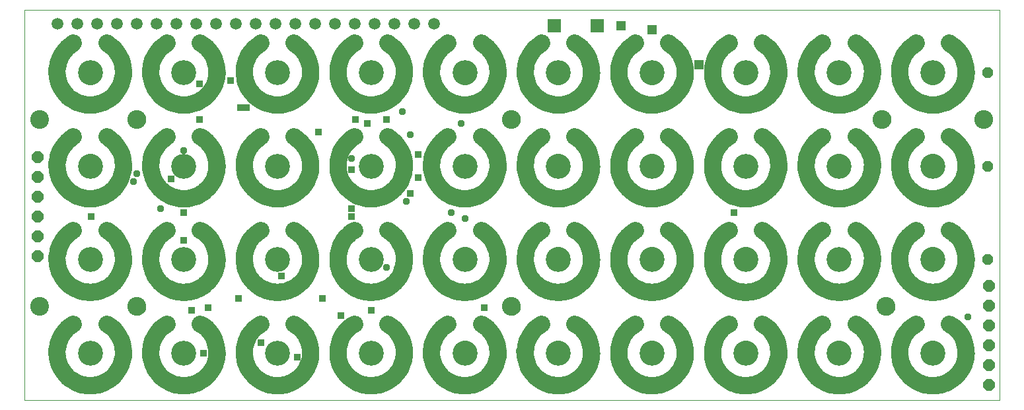
<source format=gts>
G75*
G70*
%OFA0B0*%
%FSLAX24Y24*%
%IPPOS*%
%LPD*%
%AMOC8*
5,1,8,0,0,1.08239X$1,22.5*
%
%ADD10C,0.0000*%
%ADD11C,0.0946*%
%ADD12C,0.1261*%
%ADD13C,0.0360*%
%ADD14C,0.0860*%
%ADD15OC8,0.0600*%
%ADD16C,0.0595*%
%ADD17R,0.0358X0.0358*%
%ADD18R,0.0476X0.0476*%
%ADD19R,0.0671X0.0671*%
%ADD20OC8,0.0476*%
%ADD21OC8,0.0358*%
%ADD22OC8,0.0555*%
D10*
X001762Y001671D02*
X001762Y021392D01*
X050959Y021392D01*
X050959Y001671D01*
X001762Y001671D01*
X002093Y006408D02*
X002095Y006450D01*
X002101Y006491D01*
X002111Y006532D01*
X002125Y006571D01*
X002143Y006609D01*
X002164Y006645D01*
X002188Y006679D01*
X002216Y006710D01*
X002247Y006739D01*
X002280Y006764D01*
X002316Y006786D01*
X002353Y006805D01*
X002392Y006820D01*
X002433Y006831D01*
X002474Y006838D01*
X002516Y006841D01*
X002557Y006840D01*
X002599Y006835D01*
X002640Y006826D01*
X002680Y006813D01*
X002718Y006796D01*
X002754Y006776D01*
X002789Y006752D01*
X002821Y006725D01*
X002850Y006695D01*
X002876Y006663D01*
X002899Y006628D01*
X002919Y006590D01*
X002934Y006552D01*
X002946Y006512D01*
X002954Y006471D01*
X002958Y006429D01*
X002958Y006387D01*
X002954Y006345D01*
X002946Y006304D01*
X002934Y006264D01*
X002919Y006226D01*
X002899Y006188D01*
X002876Y006153D01*
X002850Y006121D01*
X002821Y006091D01*
X002789Y006064D01*
X002754Y006040D01*
X002718Y006020D01*
X002680Y006003D01*
X002640Y005990D01*
X002599Y005981D01*
X002557Y005976D01*
X002516Y005975D01*
X002474Y005978D01*
X002433Y005985D01*
X002392Y005996D01*
X002353Y006011D01*
X002316Y006030D01*
X002280Y006052D01*
X002247Y006077D01*
X002216Y006106D01*
X002188Y006137D01*
X002164Y006171D01*
X002143Y006207D01*
X002125Y006245D01*
X002111Y006284D01*
X002101Y006325D01*
X002095Y006366D01*
X002093Y006408D01*
X007014Y006408D02*
X007016Y006450D01*
X007022Y006491D01*
X007032Y006532D01*
X007046Y006571D01*
X007064Y006609D01*
X007085Y006645D01*
X007109Y006679D01*
X007137Y006710D01*
X007168Y006739D01*
X007201Y006764D01*
X007237Y006786D01*
X007274Y006805D01*
X007313Y006820D01*
X007354Y006831D01*
X007395Y006838D01*
X007437Y006841D01*
X007478Y006840D01*
X007520Y006835D01*
X007561Y006826D01*
X007601Y006813D01*
X007639Y006796D01*
X007675Y006776D01*
X007710Y006752D01*
X007742Y006725D01*
X007771Y006695D01*
X007797Y006663D01*
X007820Y006628D01*
X007840Y006590D01*
X007855Y006552D01*
X007867Y006512D01*
X007875Y006471D01*
X007879Y006429D01*
X007879Y006387D01*
X007875Y006345D01*
X007867Y006304D01*
X007855Y006264D01*
X007840Y006226D01*
X007820Y006188D01*
X007797Y006153D01*
X007771Y006121D01*
X007742Y006091D01*
X007710Y006064D01*
X007675Y006040D01*
X007639Y006020D01*
X007601Y006003D01*
X007561Y005990D01*
X007520Y005981D01*
X007478Y005976D01*
X007437Y005975D01*
X007395Y005978D01*
X007354Y005985D01*
X007313Y005996D01*
X007274Y006011D01*
X007237Y006030D01*
X007201Y006052D01*
X007168Y006077D01*
X007137Y006106D01*
X007109Y006137D01*
X007085Y006171D01*
X007064Y006207D01*
X007046Y006245D01*
X007032Y006284D01*
X007022Y006325D01*
X007016Y006366D01*
X007014Y006408D01*
X025912Y006408D02*
X025914Y006450D01*
X025920Y006491D01*
X025930Y006532D01*
X025944Y006571D01*
X025962Y006609D01*
X025983Y006645D01*
X026007Y006679D01*
X026035Y006710D01*
X026066Y006739D01*
X026099Y006764D01*
X026135Y006786D01*
X026172Y006805D01*
X026211Y006820D01*
X026252Y006831D01*
X026293Y006838D01*
X026335Y006841D01*
X026376Y006840D01*
X026418Y006835D01*
X026459Y006826D01*
X026499Y006813D01*
X026537Y006796D01*
X026573Y006776D01*
X026608Y006752D01*
X026640Y006725D01*
X026669Y006695D01*
X026695Y006663D01*
X026718Y006628D01*
X026738Y006590D01*
X026753Y006552D01*
X026765Y006512D01*
X026773Y006471D01*
X026777Y006429D01*
X026777Y006387D01*
X026773Y006345D01*
X026765Y006304D01*
X026753Y006264D01*
X026738Y006226D01*
X026718Y006188D01*
X026695Y006153D01*
X026669Y006121D01*
X026640Y006091D01*
X026608Y006064D01*
X026573Y006040D01*
X026537Y006020D01*
X026499Y006003D01*
X026459Y005990D01*
X026418Y005981D01*
X026376Y005976D01*
X026335Y005975D01*
X026293Y005978D01*
X026252Y005985D01*
X026211Y005996D01*
X026172Y006011D01*
X026135Y006030D01*
X026099Y006052D01*
X026066Y006077D01*
X026035Y006106D01*
X026007Y006137D01*
X025983Y006171D01*
X025962Y006207D01*
X025944Y006245D01*
X025930Y006284D01*
X025920Y006325D01*
X025914Y006366D01*
X025912Y006408D01*
X044809Y006408D02*
X044811Y006450D01*
X044817Y006491D01*
X044827Y006532D01*
X044841Y006571D01*
X044859Y006609D01*
X044880Y006645D01*
X044904Y006679D01*
X044932Y006710D01*
X044963Y006739D01*
X044996Y006764D01*
X045032Y006786D01*
X045069Y006805D01*
X045108Y006820D01*
X045149Y006831D01*
X045190Y006838D01*
X045232Y006841D01*
X045273Y006840D01*
X045315Y006835D01*
X045356Y006826D01*
X045396Y006813D01*
X045434Y006796D01*
X045470Y006776D01*
X045505Y006752D01*
X045537Y006725D01*
X045566Y006695D01*
X045592Y006663D01*
X045615Y006628D01*
X045635Y006590D01*
X045650Y006552D01*
X045662Y006512D01*
X045670Y006471D01*
X045674Y006429D01*
X045674Y006387D01*
X045670Y006345D01*
X045662Y006304D01*
X045650Y006264D01*
X045635Y006226D01*
X045615Y006188D01*
X045592Y006153D01*
X045566Y006121D01*
X045537Y006091D01*
X045505Y006064D01*
X045470Y006040D01*
X045434Y006020D01*
X045396Y006003D01*
X045356Y005990D01*
X045315Y005981D01*
X045273Y005976D01*
X045232Y005975D01*
X045190Y005978D01*
X045149Y005985D01*
X045108Y005996D01*
X045069Y006011D01*
X045032Y006030D01*
X044996Y006052D01*
X044963Y006077D01*
X044932Y006106D01*
X044904Y006137D01*
X044880Y006171D01*
X044859Y006207D01*
X044841Y006245D01*
X044827Y006284D01*
X044817Y006325D01*
X044811Y006366D01*
X044809Y006408D01*
X044612Y015856D02*
X044614Y015898D01*
X044620Y015939D01*
X044630Y015980D01*
X044644Y016019D01*
X044662Y016057D01*
X044683Y016093D01*
X044707Y016127D01*
X044735Y016158D01*
X044766Y016187D01*
X044799Y016212D01*
X044835Y016234D01*
X044872Y016253D01*
X044911Y016268D01*
X044952Y016279D01*
X044993Y016286D01*
X045035Y016289D01*
X045076Y016288D01*
X045118Y016283D01*
X045159Y016274D01*
X045199Y016261D01*
X045237Y016244D01*
X045273Y016224D01*
X045308Y016200D01*
X045340Y016173D01*
X045369Y016143D01*
X045395Y016111D01*
X045418Y016076D01*
X045438Y016038D01*
X045453Y016000D01*
X045465Y015960D01*
X045473Y015919D01*
X045477Y015877D01*
X045477Y015835D01*
X045473Y015793D01*
X045465Y015752D01*
X045453Y015712D01*
X045438Y015674D01*
X045418Y015636D01*
X045395Y015601D01*
X045369Y015569D01*
X045340Y015539D01*
X045308Y015512D01*
X045273Y015488D01*
X045237Y015468D01*
X045199Y015451D01*
X045159Y015438D01*
X045118Y015429D01*
X045076Y015424D01*
X045035Y015423D01*
X044993Y015426D01*
X044952Y015433D01*
X044911Y015444D01*
X044872Y015459D01*
X044835Y015478D01*
X044799Y015500D01*
X044766Y015525D01*
X044735Y015554D01*
X044707Y015585D01*
X044683Y015619D01*
X044662Y015655D01*
X044644Y015693D01*
X044630Y015732D01*
X044620Y015773D01*
X044614Y015814D01*
X044612Y015856D01*
X049730Y015856D02*
X049732Y015898D01*
X049738Y015939D01*
X049748Y015980D01*
X049762Y016019D01*
X049780Y016057D01*
X049801Y016093D01*
X049825Y016127D01*
X049853Y016158D01*
X049884Y016187D01*
X049917Y016212D01*
X049953Y016234D01*
X049990Y016253D01*
X050029Y016268D01*
X050070Y016279D01*
X050111Y016286D01*
X050153Y016289D01*
X050194Y016288D01*
X050236Y016283D01*
X050277Y016274D01*
X050317Y016261D01*
X050355Y016244D01*
X050391Y016224D01*
X050426Y016200D01*
X050458Y016173D01*
X050487Y016143D01*
X050513Y016111D01*
X050536Y016076D01*
X050556Y016038D01*
X050571Y016000D01*
X050583Y015960D01*
X050591Y015919D01*
X050595Y015877D01*
X050595Y015835D01*
X050591Y015793D01*
X050583Y015752D01*
X050571Y015712D01*
X050556Y015674D01*
X050536Y015636D01*
X050513Y015601D01*
X050487Y015569D01*
X050458Y015539D01*
X050426Y015512D01*
X050391Y015488D01*
X050355Y015468D01*
X050317Y015451D01*
X050277Y015438D01*
X050236Y015429D01*
X050194Y015424D01*
X050153Y015423D01*
X050111Y015426D01*
X050070Y015433D01*
X050029Y015444D01*
X049990Y015459D01*
X049953Y015478D01*
X049917Y015500D01*
X049884Y015525D01*
X049853Y015554D01*
X049825Y015585D01*
X049801Y015619D01*
X049780Y015655D01*
X049762Y015693D01*
X049748Y015732D01*
X049738Y015773D01*
X049732Y015814D01*
X049730Y015856D01*
X025912Y015856D02*
X025914Y015898D01*
X025920Y015939D01*
X025930Y015980D01*
X025944Y016019D01*
X025962Y016057D01*
X025983Y016093D01*
X026007Y016127D01*
X026035Y016158D01*
X026066Y016187D01*
X026099Y016212D01*
X026135Y016234D01*
X026172Y016253D01*
X026211Y016268D01*
X026252Y016279D01*
X026293Y016286D01*
X026335Y016289D01*
X026376Y016288D01*
X026418Y016283D01*
X026459Y016274D01*
X026499Y016261D01*
X026537Y016244D01*
X026573Y016224D01*
X026608Y016200D01*
X026640Y016173D01*
X026669Y016143D01*
X026695Y016111D01*
X026718Y016076D01*
X026738Y016038D01*
X026753Y016000D01*
X026765Y015960D01*
X026773Y015919D01*
X026777Y015877D01*
X026777Y015835D01*
X026773Y015793D01*
X026765Y015752D01*
X026753Y015712D01*
X026738Y015674D01*
X026718Y015636D01*
X026695Y015601D01*
X026669Y015569D01*
X026640Y015539D01*
X026608Y015512D01*
X026573Y015488D01*
X026537Y015468D01*
X026499Y015451D01*
X026459Y015438D01*
X026418Y015429D01*
X026376Y015424D01*
X026335Y015423D01*
X026293Y015426D01*
X026252Y015433D01*
X026211Y015444D01*
X026172Y015459D01*
X026135Y015478D01*
X026099Y015500D01*
X026066Y015525D01*
X026035Y015554D01*
X026007Y015585D01*
X025983Y015619D01*
X025962Y015655D01*
X025944Y015693D01*
X025930Y015732D01*
X025920Y015773D01*
X025914Y015814D01*
X025912Y015856D01*
X007014Y015856D02*
X007016Y015898D01*
X007022Y015939D01*
X007032Y015980D01*
X007046Y016019D01*
X007064Y016057D01*
X007085Y016093D01*
X007109Y016127D01*
X007137Y016158D01*
X007168Y016187D01*
X007201Y016212D01*
X007237Y016234D01*
X007274Y016253D01*
X007313Y016268D01*
X007354Y016279D01*
X007395Y016286D01*
X007437Y016289D01*
X007478Y016288D01*
X007520Y016283D01*
X007561Y016274D01*
X007601Y016261D01*
X007639Y016244D01*
X007675Y016224D01*
X007710Y016200D01*
X007742Y016173D01*
X007771Y016143D01*
X007797Y016111D01*
X007820Y016076D01*
X007840Y016038D01*
X007855Y016000D01*
X007867Y015960D01*
X007875Y015919D01*
X007879Y015877D01*
X007879Y015835D01*
X007875Y015793D01*
X007867Y015752D01*
X007855Y015712D01*
X007840Y015674D01*
X007820Y015636D01*
X007797Y015601D01*
X007771Y015569D01*
X007742Y015539D01*
X007710Y015512D01*
X007675Y015488D01*
X007639Y015468D01*
X007601Y015451D01*
X007561Y015438D01*
X007520Y015429D01*
X007478Y015424D01*
X007437Y015423D01*
X007395Y015426D01*
X007354Y015433D01*
X007313Y015444D01*
X007274Y015459D01*
X007237Y015478D01*
X007201Y015500D01*
X007168Y015525D01*
X007137Y015554D01*
X007109Y015585D01*
X007085Y015619D01*
X007064Y015655D01*
X007046Y015693D01*
X007032Y015732D01*
X007022Y015773D01*
X007016Y015814D01*
X007014Y015856D01*
X002093Y015856D02*
X002095Y015898D01*
X002101Y015939D01*
X002111Y015980D01*
X002125Y016019D01*
X002143Y016057D01*
X002164Y016093D01*
X002188Y016127D01*
X002216Y016158D01*
X002247Y016187D01*
X002280Y016212D01*
X002316Y016234D01*
X002353Y016253D01*
X002392Y016268D01*
X002433Y016279D01*
X002474Y016286D01*
X002516Y016289D01*
X002557Y016288D01*
X002599Y016283D01*
X002640Y016274D01*
X002680Y016261D01*
X002718Y016244D01*
X002754Y016224D01*
X002789Y016200D01*
X002821Y016173D01*
X002850Y016143D01*
X002876Y016111D01*
X002899Y016076D01*
X002919Y016038D01*
X002934Y016000D01*
X002946Y015960D01*
X002954Y015919D01*
X002958Y015877D01*
X002958Y015835D01*
X002954Y015793D01*
X002946Y015752D01*
X002934Y015712D01*
X002919Y015674D01*
X002899Y015636D01*
X002876Y015601D01*
X002850Y015569D01*
X002821Y015539D01*
X002789Y015512D01*
X002754Y015488D01*
X002718Y015468D01*
X002680Y015451D01*
X002640Y015438D01*
X002599Y015429D01*
X002557Y015424D01*
X002516Y015423D01*
X002474Y015426D01*
X002433Y015433D01*
X002392Y015444D01*
X002353Y015459D01*
X002316Y015478D01*
X002280Y015500D01*
X002247Y015525D01*
X002216Y015554D01*
X002188Y015585D01*
X002164Y015619D01*
X002143Y015655D01*
X002125Y015693D01*
X002111Y015732D01*
X002101Y015773D01*
X002095Y015814D01*
X002093Y015856D01*
D11*
X002526Y015856D03*
X007447Y015856D03*
X026345Y015856D03*
X045045Y015856D03*
X050163Y015856D03*
X045242Y006408D03*
X026345Y006408D03*
X007447Y006408D03*
X002526Y006408D03*
D12*
X005085Y008770D03*
X009809Y008770D03*
X014534Y008770D03*
X019258Y008770D03*
X023982Y008770D03*
X028707Y008770D03*
X033431Y008770D03*
X038156Y008770D03*
X042880Y008770D03*
X047604Y008770D03*
X047604Y004045D03*
X042880Y004045D03*
X038156Y004045D03*
X033431Y004045D03*
X028707Y004045D03*
X023982Y004045D03*
X019258Y004045D03*
X014534Y004045D03*
X009809Y004045D03*
X005085Y004045D03*
X005085Y013494D03*
X009809Y013494D03*
X014534Y013494D03*
X019258Y013494D03*
X023982Y013494D03*
X028707Y013494D03*
X033431Y013494D03*
X038156Y013494D03*
X042880Y013494D03*
X047604Y013494D03*
X047604Y018219D03*
X042880Y018219D03*
X038156Y018219D03*
X033431Y018219D03*
X028707Y018219D03*
X023982Y018219D03*
X019258Y018219D03*
X014534Y018219D03*
X009809Y018219D03*
X005085Y018219D03*
D13*
X006716Y018219D02*
X006996Y018219D01*
X007897Y018219D02*
X008177Y018219D01*
X011441Y018219D02*
X011721Y018219D01*
X012622Y018219D02*
X012902Y018219D01*
X016165Y018219D02*
X016445Y018219D01*
X017346Y018219D02*
X017626Y018219D01*
X020890Y018219D02*
X021170Y018219D01*
X022071Y018219D02*
X022351Y018219D01*
X025614Y018219D02*
X025894Y018219D01*
X026795Y018219D02*
X027075Y018219D01*
X030338Y018219D02*
X030618Y018219D01*
X031520Y018219D02*
X031800Y018219D01*
X035063Y018219D02*
X035343Y018219D01*
X036244Y018219D02*
X036524Y018219D01*
X039787Y018219D02*
X040067Y018219D01*
X040968Y018219D02*
X041248Y018219D01*
X044512Y018219D02*
X044792Y018219D01*
X045693Y018219D02*
X045973Y018219D01*
X049236Y018219D02*
X049516Y018219D01*
X049516Y013494D02*
X049236Y013494D01*
X045973Y013494D02*
X045693Y013494D01*
X044792Y013494D02*
X044512Y013494D01*
X041248Y013494D02*
X040968Y013494D01*
X040067Y013494D02*
X039787Y013494D01*
X036524Y013494D02*
X036244Y013494D01*
X035343Y013494D02*
X035063Y013494D01*
X031800Y013494D02*
X031520Y013494D01*
X030618Y013494D02*
X030338Y013494D01*
X027075Y013494D02*
X026795Y013494D01*
X025894Y013494D02*
X025614Y013494D01*
X022351Y013494D02*
X022071Y013494D01*
X021170Y013494D02*
X020890Y013494D01*
X017626Y013494D02*
X017346Y013494D01*
X016445Y013494D02*
X016165Y013494D01*
X012902Y013494D02*
X012622Y013494D01*
X011721Y013494D02*
X011441Y013494D01*
X008177Y013494D02*
X007897Y013494D01*
X006996Y013494D02*
X006716Y013494D01*
X003453Y013494D02*
X003173Y013494D01*
X003173Y018219D02*
X003453Y018219D01*
X003453Y008770D02*
X003173Y008770D01*
X006716Y008770D02*
X006996Y008770D01*
X007897Y008770D02*
X008177Y008770D01*
X011441Y008770D02*
X011721Y008770D01*
X012622Y008770D02*
X012902Y008770D01*
X016165Y008770D02*
X016445Y008770D01*
X017346Y008770D02*
X017626Y008770D01*
X020890Y008770D02*
X021170Y008770D01*
X022071Y008770D02*
X022351Y008770D01*
X025614Y008770D02*
X025894Y008770D01*
X026795Y008770D02*
X027075Y008770D01*
X030338Y008770D02*
X030618Y008770D01*
X031520Y008770D02*
X031800Y008770D01*
X035063Y008770D02*
X035343Y008770D01*
X036244Y008770D02*
X036524Y008770D01*
X039787Y008770D02*
X040067Y008770D01*
X040968Y008770D02*
X041248Y008770D01*
X044512Y008770D02*
X044792Y008770D01*
X045693Y008770D02*
X045973Y008770D01*
X049236Y008770D02*
X049516Y008770D01*
X049516Y004045D02*
X049236Y004045D01*
X045973Y004045D02*
X045693Y004045D01*
X044792Y004045D02*
X044512Y004045D01*
X041248Y004045D02*
X040968Y004045D01*
X040067Y004045D02*
X039787Y004045D01*
X036524Y004045D02*
X036244Y004045D01*
X035343Y004045D02*
X035063Y004045D01*
X031800Y004045D02*
X031520Y004045D01*
X030618Y004045D02*
X030338Y004045D01*
X027075Y004045D02*
X026795Y004045D01*
X025894Y004045D02*
X025614Y004045D01*
X022351Y004045D02*
X022071Y004045D01*
X021170Y004045D02*
X020890Y004045D01*
X017626Y004045D02*
X017346Y004045D01*
X016445Y004045D02*
X016165Y004045D01*
X012902Y004045D02*
X012622Y004045D01*
X011721Y004045D02*
X011441Y004045D01*
X008177Y004045D02*
X007897Y004045D01*
X006996Y004045D02*
X006716Y004045D01*
X003453Y004045D02*
X003173Y004045D01*
D14*
X004248Y005522D02*
X004141Y005454D01*
X004039Y005379D01*
X003943Y005296D01*
X003853Y005206D01*
X003771Y005109D01*
X003696Y005006D01*
X003629Y004898D01*
X003571Y004786D01*
X003521Y004669D01*
X003480Y004548D01*
X003449Y004425D01*
X003427Y004300D01*
X003414Y004174D01*
X003411Y004047D01*
X003418Y003920D01*
X003434Y003794D01*
X003460Y003670D01*
X003495Y003548D01*
X003540Y003429D01*
X003593Y003313D01*
X003655Y003202D01*
X003725Y003096D01*
X003803Y002996D01*
X003888Y002902D01*
X003980Y002815D01*
X004078Y002734D01*
X004183Y002662D01*
X004292Y002598D01*
X004406Y002542D01*
X004524Y002495D01*
X004646Y002457D01*
X004769Y002428D01*
X004895Y002409D01*
X005021Y002399D01*
X005149Y002399D01*
X005275Y002409D01*
X005401Y002428D01*
X005524Y002457D01*
X005646Y002495D01*
X005764Y002542D01*
X005878Y002598D01*
X005987Y002662D01*
X006092Y002734D01*
X006190Y002815D01*
X006282Y002902D01*
X006367Y002996D01*
X006445Y003096D01*
X006515Y003202D01*
X006577Y003313D01*
X006630Y003429D01*
X006675Y003548D01*
X006710Y003670D01*
X006736Y003794D01*
X006752Y003920D01*
X006759Y004047D01*
X006756Y004174D01*
X006743Y004300D01*
X006721Y004425D01*
X006690Y004548D01*
X006649Y004669D01*
X006599Y004786D01*
X006541Y004898D01*
X006474Y005006D01*
X006399Y005109D01*
X006317Y005206D01*
X006227Y005296D01*
X006131Y005379D01*
X006029Y005454D01*
X005922Y005522D01*
X008972Y005522D02*
X008865Y005454D01*
X008763Y005379D01*
X008667Y005296D01*
X008577Y005206D01*
X008495Y005109D01*
X008420Y005006D01*
X008353Y004898D01*
X008295Y004786D01*
X008245Y004669D01*
X008204Y004548D01*
X008173Y004425D01*
X008151Y004300D01*
X008138Y004174D01*
X008135Y004047D01*
X008142Y003920D01*
X008158Y003794D01*
X008184Y003670D01*
X008219Y003548D01*
X008264Y003429D01*
X008317Y003313D01*
X008379Y003202D01*
X008449Y003096D01*
X008527Y002996D01*
X008612Y002902D01*
X008704Y002815D01*
X008802Y002734D01*
X008907Y002662D01*
X009016Y002598D01*
X009130Y002542D01*
X009248Y002495D01*
X009370Y002457D01*
X009493Y002428D01*
X009619Y002409D01*
X009745Y002399D01*
X009873Y002399D01*
X009999Y002409D01*
X010125Y002428D01*
X010248Y002457D01*
X010370Y002495D01*
X010488Y002542D01*
X010602Y002598D01*
X010711Y002662D01*
X010816Y002734D01*
X010914Y002815D01*
X011006Y002902D01*
X011091Y002996D01*
X011169Y003096D01*
X011239Y003202D01*
X011301Y003313D01*
X011354Y003429D01*
X011399Y003548D01*
X011434Y003670D01*
X011460Y003794D01*
X011476Y003920D01*
X011483Y004047D01*
X011480Y004174D01*
X011467Y004300D01*
X011445Y004425D01*
X011414Y004548D01*
X011373Y004669D01*
X011323Y004786D01*
X011265Y004898D01*
X011198Y005006D01*
X011123Y005109D01*
X011041Y005206D01*
X010951Y005296D01*
X010855Y005379D01*
X010753Y005454D01*
X010646Y005522D01*
X013697Y005522D02*
X013590Y005454D01*
X013488Y005379D01*
X013392Y005296D01*
X013302Y005206D01*
X013220Y005109D01*
X013145Y005006D01*
X013078Y004898D01*
X013020Y004786D01*
X012970Y004669D01*
X012929Y004548D01*
X012898Y004425D01*
X012876Y004300D01*
X012863Y004174D01*
X012860Y004047D01*
X012867Y003920D01*
X012883Y003794D01*
X012909Y003670D01*
X012944Y003548D01*
X012989Y003429D01*
X013042Y003313D01*
X013104Y003202D01*
X013174Y003096D01*
X013252Y002996D01*
X013337Y002902D01*
X013429Y002815D01*
X013527Y002734D01*
X013632Y002662D01*
X013741Y002598D01*
X013855Y002542D01*
X013973Y002495D01*
X014095Y002457D01*
X014218Y002428D01*
X014344Y002409D01*
X014470Y002399D01*
X014598Y002399D01*
X014724Y002409D01*
X014850Y002428D01*
X014973Y002457D01*
X015095Y002495D01*
X015213Y002542D01*
X015327Y002598D01*
X015436Y002662D01*
X015541Y002734D01*
X015639Y002815D01*
X015731Y002902D01*
X015816Y002996D01*
X015894Y003096D01*
X015964Y003202D01*
X016026Y003313D01*
X016079Y003429D01*
X016124Y003548D01*
X016159Y003670D01*
X016185Y003794D01*
X016201Y003920D01*
X016208Y004047D01*
X016205Y004174D01*
X016192Y004300D01*
X016170Y004425D01*
X016139Y004548D01*
X016098Y004669D01*
X016048Y004786D01*
X015990Y004898D01*
X015923Y005006D01*
X015848Y005109D01*
X015766Y005206D01*
X015676Y005296D01*
X015580Y005379D01*
X015478Y005454D01*
X015371Y005522D01*
X018421Y005522D02*
X018314Y005454D01*
X018212Y005379D01*
X018116Y005296D01*
X018026Y005206D01*
X017944Y005109D01*
X017869Y005006D01*
X017802Y004898D01*
X017744Y004786D01*
X017694Y004669D01*
X017653Y004548D01*
X017622Y004425D01*
X017600Y004300D01*
X017587Y004174D01*
X017584Y004047D01*
X017591Y003920D01*
X017607Y003794D01*
X017633Y003670D01*
X017668Y003548D01*
X017713Y003429D01*
X017766Y003313D01*
X017828Y003202D01*
X017898Y003096D01*
X017976Y002996D01*
X018061Y002902D01*
X018153Y002815D01*
X018251Y002734D01*
X018356Y002662D01*
X018465Y002598D01*
X018579Y002542D01*
X018697Y002495D01*
X018819Y002457D01*
X018942Y002428D01*
X019068Y002409D01*
X019194Y002399D01*
X019322Y002399D01*
X019448Y002409D01*
X019574Y002428D01*
X019697Y002457D01*
X019819Y002495D01*
X019937Y002542D01*
X020051Y002598D01*
X020160Y002662D01*
X020265Y002734D01*
X020363Y002815D01*
X020455Y002902D01*
X020540Y002996D01*
X020618Y003096D01*
X020688Y003202D01*
X020750Y003313D01*
X020803Y003429D01*
X020848Y003548D01*
X020883Y003670D01*
X020909Y003794D01*
X020925Y003920D01*
X020932Y004047D01*
X020929Y004174D01*
X020916Y004300D01*
X020894Y004425D01*
X020863Y004548D01*
X020822Y004669D01*
X020772Y004786D01*
X020714Y004898D01*
X020647Y005006D01*
X020572Y005109D01*
X020490Y005206D01*
X020400Y005296D01*
X020304Y005379D01*
X020202Y005454D01*
X020095Y005522D01*
X023145Y005522D02*
X023038Y005454D01*
X022936Y005379D01*
X022840Y005296D01*
X022750Y005206D01*
X022668Y005109D01*
X022593Y005006D01*
X022526Y004898D01*
X022468Y004786D01*
X022418Y004669D01*
X022377Y004548D01*
X022346Y004425D01*
X022324Y004300D01*
X022311Y004174D01*
X022308Y004047D01*
X022315Y003920D01*
X022331Y003794D01*
X022357Y003670D01*
X022392Y003548D01*
X022437Y003429D01*
X022490Y003313D01*
X022552Y003202D01*
X022622Y003096D01*
X022700Y002996D01*
X022785Y002902D01*
X022877Y002815D01*
X022975Y002734D01*
X023080Y002662D01*
X023189Y002598D01*
X023303Y002542D01*
X023421Y002495D01*
X023543Y002457D01*
X023666Y002428D01*
X023792Y002409D01*
X023918Y002399D01*
X024046Y002399D01*
X024172Y002409D01*
X024298Y002428D01*
X024421Y002457D01*
X024543Y002495D01*
X024661Y002542D01*
X024775Y002598D01*
X024884Y002662D01*
X024989Y002734D01*
X025087Y002815D01*
X025179Y002902D01*
X025264Y002996D01*
X025342Y003096D01*
X025412Y003202D01*
X025474Y003313D01*
X025527Y003429D01*
X025572Y003548D01*
X025607Y003670D01*
X025633Y003794D01*
X025649Y003920D01*
X025656Y004047D01*
X025653Y004174D01*
X025640Y004300D01*
X025618Y004425D01*
X025587Y004548D01*
X025546Y004669D01*
X025496Y004786D01*
X025438Y004898D01*
X025371Y005006D01*
X025296Y005109D01*
X025214Y005206D01*
X025124Y005296D01*
X025028Y005379D01*
X024926Y005454D01*
X024819Y005522D01*
X027870Y005522D02*
X027763Y005454D01*
X027661Y005379D01*
X027565Y005296D01*
X027475Y005206D01*
X027393Y005109D01*
X027318Y005006D01*
X027251Y004898D01*
X027193Y004786D01*
X027143Y004669D01*
X027102Y004548D01*
X027071Y004425D01*
X027049Y004300D01*
X027036Y004174D01*
X027033Y004047D01*
X027040Y003920D01*
X027056Y003794D01*
X027082Y003670D01*
X027117Y003548D01*
X027162Y003429D01*
X027215Y003313D01*
X027277Y003202D01*
X027347Y003096D01*
X027425Y002996D01*
X027510Y002902D01*
X027602Y002815D01*
X027700Y002734D01*
X027805Y002662D01*
X027914Y002598D01*
X028028Y002542D01*
X028146Y002495D01*
X028268Y002457D01*
X028391Y002428D01*
X028517Y002409D01*
X028643Y002399D01*
X028771Y002399D01*
X028897Y002409D01*
X029023Y002428D01*
X029146Y002457D01*
X029268Y002495D01*
X029386Y002542D01*
X029500Y002598D01*
X029609Y002662D01*
X029714Y002734D01*
X029812Y002815D01*
X029904Y002902D01*
X029989Y002996D01*
X030067Y003096D01*
X030137Y003202D01*
X030199Y003313D01*
X030252Y003429D01*
X030297Y003548D01*
X030332Y003670D01*
X030358Y003794D01*
X030374Y003920D01*
X030381Y004047D01*
X030378Y004174D01*
X030365Y004300D01*
X030343Y004425D01*
X030312Y004548D01*
X030271Y004669D01*
X030221Y004786D01*
X030163Y004898D01*
X030096Y005006D01*
X030021Y005109D01*
X029939Y005206D01*
X029849Y005296D01*
X029753Y005379D01*
X029651Y005454D01*
X029544Y005522D01*
X032594Y005522D02*
X032487Y005454D01*
X032385Y005379D01*
X032289Y005296D01*
X032199Y005206D01*
X032117Y005109D01*
X032042Y005006D01*
X031975Y004898D01*
X031917Y004786D01*
X031867Y004669D01*
X031826Y004548D01*
X031795Y004425D01*
X031773Y004300D01*
X031760Y004174D01*
X031757Y004047D01*
X031764Y003920D01*
X031780Y003794D01*
X031806Y003670D01*
X031841Y003548D01*
X031886Y003429D01*
X031939Y003313D01*
X032001Y003202D01*
X032071Y003096D01*
X032149Y002996D01*
X032234Y002902D01*
X032326Y002815D01*
X032424Y002734D01*
X032529Y002662D01*
X032638Y002598D01*
X032752Y002542D01*
X032870Y002495D01*
X032992Y002457D01*
X033115Y002428D01*
X033241Y002409D01*
X033367Y002399D01*
X033495Y002399D01*
X033621Y002409D01*
X033747Y002428D01*
X033870Y002457D01*
X033992Y002495D01*
X034110Y002542D01*
X034224Y002598D01*
X034333Y002662D01*
X034438Y002734D01*
X034536Y002815D01*
X034628Y002902D01*
X034713Y002996D01*
X034791Y003096D01*
X034861Y003202D01*
X034923Y003313D01*
X034976Y003429D01*
X035021Y003548D01*
X035056Y003670D01*
X035082Y003794D01*
X035098Y003920D01*
X035105Y004047D01*
X035102Y004174D01*
X035089Y004300D01*
X035067Y004425D01*
X035036Y004548D01*
X034995Y004669D01*
X034945Y004786D01*
X034887Y004898D01*
X034820Y005006D01*
X034745Y005109D01*
X034663Y005206D01*
X034573Y005296D01*
X034477Y005379D01*
X034375Y005454D01*
X034268Y005522D01*
X037319Y005522D02*
X037212Y005454D01*
X037110Y005379D01*
X037014Y005296D01*
X036924Y005206D01*
X036842Y005109D01*
X036767Y005006D01*
X036700Y004898D01*
X036642Y004786D01*
X036592Y004669D01*
X036551Y004548D01*
X036520Y004425D01*
X036498Y004300D01*
X036485Y004174D01*
X036482Y004047D01*
X036489Y003920D01*
X036505Y003794D01*
X036531Y003670D01*
X036566Y003548D01*
X036611Y003429D01*
X036664Y003313D01*
X036726Y003202D01*
X036796Y003096D01*
X036874Y002996D01*
X036959Y002902D01*
X037051Y002815D01*
X037149Y002734D01*
X037254Y002662D01*
X037363Y002598D01*
X037477Y002542D01*
X037595Y002495D01*
X037717Y002457D01*
X037840Y002428D01*
X037966Y002409D01*
X038092Y002399D01*
X038220Y002399D01*
X038346Y002409D01*
X038472Y002428D01*
X038595Y002457D01*
X038717Y002495D01*
X038835Y002542D01*
X038949Y002598D01*
X039058Y002662D01*
X039163Y002734D01*
X039261Y002815D01*
X039353Y002902D01*
X039438Y002996D01*
X039516Y003096D01*
X039586Y003202D01*
X039648Y003313D01*
X039701Y003429D01*
X039746Y003548D01*
X039781Y003670D01*
X039807Y003794D01*
X039823Y003920D01*
X039830Y004047D01*
X039827Y004174D01*
X039814Y004300D01*
X039792Y004425D01*
X039761Y004548D01*
X039720Y004669D01*
X039670Y004786D01*
X039612Y004898D01*
X039545Y005006D01*
X039470Y005109D01*
X039388Y005206D01*
X039298Y005296D01*
X039202Y005379D01*
X039100Y005454D01*
X038993Y005522D01*
X042043Y005522D02*
X041936Y005454D01*
X041834Y005379D01*
X041738Y005296D01*
X041648Y005206D01*
X041566Y005109D01*
X041491Y005006D01*
X041424Y004898D01*
X041366Y004786D01*
X041316Y004669D01*
X041275Y004548D01*
X041244Y004425D01*
X041222Y004300D01*
X041209Y004174D01*
X041206Y004047D01*
X041213Y003920D01*
X041229Y003794D01*
X041255Y003670D01*
X041290Y003548D01*
X041335Y003429D01*
X041388Y003313D01*
X041450Y003202D01*
X041520Y003096D01*
X041598Y002996D01*
X041683Y002902D01*
X041775Y002815D01*
X041873Y002734D01*
X041978Y002662D01*
X042087Y002598D01*
X042201Y002542D01*
X042319Y002495D01*
X042441Y002457D01*
X042564Y002428D01*
X042690Y002409D01*
X042816Y002399D01*
X042944Y002399D01*
X043070Y002409D01*
X043196Y002428D01*
X043319Y002457D01*
X043441Y002495D01*
X043559Y002542D01*
X043673Y002598D01*
X043782Y002662D01*
X043887Y002734D01*
X043985Y002815D01*
X044077Y002902D01*
X044162Y002996D01*
X044240Y003096D01*
X044310Y003202D01*
X044372Y003313D01*
X044425Y003429D01*
X044470Y003548D01*
X044505Y003670D01*
X044531Y003794D01*
X044547Y003920D01*
X044554Y004047D01*
X044551Y004174D01*
X044538Y004300D01*
X044516Y004425D01*
X044485Y004548D01*
X044444Y004669D01*
X044394Y004786D01*
X044336Y004898D01*
X044269Y005006D01*
X044194Y005109D01*
X044112Y005206D01*
X044022Y005296D01*
X043926Y005379D01*
X043824Y005454D01*
X043717Y005522D01*
X046767Y005522D02*
X046660Y005454D01*
X046558Y005379D01*
X046462Y005296D01*
X046372Y005206D01*
X046290Y005109D01*
X046215Y005006D01*
X046148Y004898D01*
X046090Y004786D01*
X046040Y004669D01*
X045999Y004548D01*
X045968Y004425D01*
X045946Y004300D01*
X045933Y004174D01*
X045930Y004047D01*
X045937Y003920D01*
X045953Y003794D01*
X045979Y003670D01*
X046014Y003548D01*
X046059Y003429D01*
X046112Y003313D01*
X046174Y003202D01*
X046244Y003096D01*
X046322Y002996D01*
X046407Y002902D01*
X046499Y002815D01*
X046597Y002734D01*
X046702Y002662D01*
X046811Y002598D01*
X046925Y002542D01*
X047043Y002495D01*
X047165Y002457D01*
X047288Y002428D01*
X047414Y002409D01*
X047540Y002399D01*
X047668Y002399D01*
X047794Y002409D01*
X047920Y002428D01*
X048043Y002457D01*
X048165Y002495D01*
X048283Y002542D01*
X048397Y002598D01*
X048506Y002662D01*
X048611Y002734D01*
X048709Y002815D01*
X048801Y002902D01*
X048886Y002996D01*
X048964Y003096D01*
X049034Y003202D01*
X049096Y003313D01*
X049149Y003429D01*
X049194Y003548D01*
X049229Y003670D01*
X049255Y003794D01*
X049271Y003920D01*
X049278Y004047D01*
X049275Y004174D01*
X049262Y004300D01*
X049240Y004425D01*
X049209Y004548D01*
X049168Y004669D01*
X049118Y004786D01*
X049060Y004898D01*
X048993Y005006D01*
X048918Y005109D01*
X048836Y005206D01*
X048746Y005296D01*
X048650Y005379D01*
X048548Y005454D01*
X048441Y005522D01*
X048441Y010246D02*
X048548Y010178D01*
X048650Y010103D01*
X048746Y010020D01*
X048836Y009930D01*
X048918Y009833D01*
X048993Y009730D01*
X049060Y009622D01*
X049118Y009510D01*
X049168Y009393D01*
X049209Y009272D01*
X049240Y009149D01*
X049262Y009024D01*
X049275Y008898D01*
X049278Y008771D01*
X049271Y008644D01*
X049255Y008518D01*
X049229Y008394D01*
X049194Y008272D01*
X049149Y008153D01*
X049096Y008037D01*
X049034Y007926D01*
X048964Y007820D01*
X048886Y007720D01*
X048801Y007626D01*
X048709Y007539D01*
X048611Y007458D01*
X048506Y007386D01*
X048397Y007322D01*
X048283Y007266D01*
X048165Y007219D01*
X048043Y007181D01*
X047920Y007152D01*
X047794Y007133D01*
X047668Y007123D01*
X047540Y007123D01*
X047414Y007133D01*
X047288Y007152D01*
X047165Y007181D01*
X047043Y007219D01*
X046925Y007266D01*
X046811Y007322D01*
X046702Y007386D01*
X046597Y007458D01*
X046499Y007539D01*
X046407Y007626D01*
X046322Y007720D01*
X046244Y007820D01*
X046174Y007926D01*
X046112Y008037D01*
X046059Y008153D01*
X046014Y008272D01*
X045979Y008394D01*
X045953Y008518D01*
X045937Y008644D01*
X045930Y008771D01*
X045933Y008898D01*
X045946Y009024D01*
X045968Y009149D01*
X045999Y009272D01*
X046040Y009393D01*
X046090Y009510D01*
X046148Y009622D01*
X046215Y009730D01*
X046290Y009833D01*
X046372Y009930D01*
X046462Y010020D01*
X046558Y010103D01*
X046660Y010178D01*
X046767Y010246D01*
X043717Y010246D02*
X043824Y010178D01*
X043926Y010103D01*
X044022Y010020D01*
X044112Y009930D01*
X044194Y009833D01*
X044269Y009730D01*
X044336Y009622D01*
X044394Y009510D01*
X044444Y009393D01*
X044485Y009272D01*
X044516Y009149D01*
X044538Y009024D01*
X044551Y008898D01*
X044554Y008771D01*
X044547Y008644D01*
X044531Y008518D01*
X044505Y008394D01*
X044470Y008272D01*
X044425Y008153D01*
X044372Y008037D01*
X044310Y007926D01*
X044240Y007820D01*
X044162Y007720D01*
X044077Y007626D01*
X043985Y007539D01*
X043887Y007458D01*
X043782Y007386D01*
X043673Y007322D01*
X043559Y007266D01*
X043441Y007219D01*
X043319Y007181D01*
X043196Y007152D01*
X043070Y007133D01*
X042944Y007123D01*
X042816Y007123D01*
X042690Y007133D01*
X042564Y007152D01*
X042441Y007181D01*
X042319Y007219D01*
X042201Y007266D01*
X042087Y007322D01*
X041978Y007386D01*
X041873Y007458D01*
X041775Y007539D01*
X041683Y007626D01*
X041598Y007720D01*
X041520Y007820D01*
X041450Y007926D01*
X041388Y008037D01*
X041335Y008153D01*
X041290Y008272D01*
X041255Y008394D01*
X041229Y008518D01*
X041213Y008644D01*
X041206Y008771D01*
X041209Y008898D01*
X041222Y009024D01*
X041244Y009149D01*
X041275Y009272D01*
X041316Y009393D01*
X041366Y009510D01*
X041424Y009622D01*
X041491Y009730D01*
X041566Y009833D01*
X041648Y009930D01*
X041738Y010020D01*
X041834Y010103D01*
X041936Y010178D01*
X042043Y010246D01*
X038993Y010246D02*
X039100Y010178D01*
X039202Y010103D01*
X039298Y010020D01*
X039388Y009930D01*
X039470Y009833D01*
X039545Y009730D01*
X039612Y009622D01*
X039670Y009510D01*
X039720Y009393D01*
X039761Y009272D01*
X039792Y009149D01*
X039814Y009024D01*
X039827Y008898D01*
X039830Y008771D01*
X039823Y008644D01*
X039807Y008518D01*
X039781Y008394D01*
X039746Y008272D01*
X039701Y008153D01*
X039648Y008037D01*
X039586Y007926D01*
X039516Y007820D01*
X039438Y007720D01*
X039353Y007626D01*
X039261Y007539D01*
X039163Y007458D01*
X039058Y007386D01*
X038949Y007322D01*
X038835Y007266D01*
X038717Y007219D01*
X038595Y007181D01*
X038472Y007152D01*
X038346Y007133D01*
X038220Y007123D01*
X038092Y007123D01*
X037966Y007133D01*
X037840Y007152D01*
X037717Y007181D01*
X037595Y007219D01*
X037477Y007266D01*
X037363Y007322D01*
X037254Y007386D01*
X037149Y007458D01*
X037051Y007539D01*
X036959Y007626D01*
X036874Y007720D01*
X036796Y007820D01*
X036726Y007926D01*
X036664Y008037D01*
X036611Y008153D01*
X036566Y008272D01*
X036531Y008394D01*
X036505Y008518D01*
X036489Y008644D01*
X036482Y008771D01*
X036485Y008898D01*
X036498Y009024D01*
X036520Y009149D01*
X036551Y009272D01*
X036592Y009393D01*
X036642Y009510D01*
X036700Y009622D01*
X036767Y009730D01*
X036842Y009833D01*
X036924Y009930D01*
X037014Y010020D01*
X037110Y010103D01*
X037212Y010178D01*
X037319Y010246D01*
X034268Y010246D02*
X034375Y010178D01*
X034477Y010103D01*
X034573Y010020D01*
X034663Y009930D01*
X034745Y009833D01*
X034820Y009730D01*
X034887Y009622D01*
X034945Y009510D01*
X034995Y009393D01*
X035036Y009272D01*
X035067Y009149D01*
X035089Y009024D01*
X035102Y008898D01*
X035105Y008771D01*
X035098Y008644D01*
X035082Y008518D01*
X035056Y008394D01*
X035021Y008272D01*
X034976Y008153D01*
X034923Y008037D01*
X034861Y007926D01*
X034791Y007820D01*
X034713Y007720D01*
X034628Y007626D01*
X034536Y007539D01*
X034438Y007458D01*
X034333Y007386D01*
X034224Y007322D01*
X034110Y007266D01*
X033992Y007219D01*
X033870Y007181D01*
X033747Y007152D01*
X033621Y007133D01*
X033495Y007123D01*
X033367Y007123D01*
X033241Y007133D01*
X033115Y007152D01*
X032992Y007181D01*
X032870Y007219D01*
X032752Y007266D01*
X032638Y007322D01*
X032529Y007386D01*
X032424Y007458D01*
X032326Y007539D01*
X032234Y007626D01*
X032149Y007720D01*
X032071Y007820D01*
X032001Y007926D01*
X031939Y008037D01*
X031886Y008153D01*
X031841Y008272D01*
X031806Y008394D01*
X031780Y008518D01*
X031764Y008644D01*
X031757Y008771D01*
X031760Y008898D01*
X031773Y009024D01*
X031795Y009149D01*
X031826Y009272D01*
X031867Y009393D01*
X031917Y009510D01*
X031975Y009622D01*
X032042Y009730D01*
X032117Y009833D01*
X032199Y009930D01*
X032289Y010020D01*
X032385Y010103D01*
X032487Y010178D01*
X032594Y010246D01*
X029544Y010246D02*
X029651Y010178D01*
X029753Y010103D01*
X029849Y010020D01*
X029939Y009930D01*
X030021Y009833D01*
X030096Y009730D01*
X030163Y009622D01*
X030221Y009510D01*
X030271Y009393D01*
X030312Y009272D01*
X030343Y009149D01*
X030365Y009024D01*
X030378Y008898D01*
X030381Y008771D01*
X030374Y008644D01*
X030358Y008518D01*
X030332Y008394D01*
X030297Y008272D01*
X030252Y008153D01*
X030199Y008037D01*
X030137Y007926D01*
X030067Y007820D01*
X029989Y007720D01*
X029904Y007626D01*
X029812Y007539D01*
X029714Y007458D01*
X029609Y007386D01*
X029500Y007322D01*
X029386Y007266D01*
X029268Y007219D01*
X029146Y007181D01*
X029023Y007152D01*
X028897Y007133D01*
X028771Y007123D01*
X028643Y007123D01*
X028517Y007133D01*
X028391Y007152D01*
X028268Y007181D01*
X028146Y007219D01*
X028028Y007266D01*
X027914Y007322D01*
X027805Y007386D01*
X027700Y007458D01*
X027602Y007539D01*
X027510Y007626D01*
X027425Y007720D01*
X027347Y007820D01*
X027277Y007926D01*
X027215Y008037D01*
X027162Y008153D01*
X027117Y008272D01*
X027082Y008394D01*
X027056Y008518D01*
X027040Y008644D01*
X027033Y008771D01*
X027036Y008898D01*
X027049Y009024D01*
X027071Y009149D01*
X027102Y009272D01*
X027143Y009393D01*
X027193Y009510D01*
X027251Y009622D01*
X027318Y009730D01*
X027393Y009833D01*
X027475Y009930D01*
X027565Y010020D01*
X027661Y010103D01*
X027763Y010178D01*
X027870Y010246D01*
X024819Y010246D02*
X024926Y010178D01*
X025028Y010103D01*
X025124Y010020D01*
X025214Y009930D01*
X025296Y009833D01*
X025371Y009730D01*
X025438Y009622D01*
X025496Y009510D01*
X025546Y009393D01*
X025587Y009272D01*
X025618Y009149D01*
X025640Y009024D01*
X025653Y008898D01*
X025656Y008771D01*
X025649Y008644D01*
X025633Y008518D01*
X025607Y008394D01*
X025572Y008272D01*
X025527Y008153D01*
X025474Y008037D01*
X025412Y007926D01*
X025342Y007820D01*
X025264Y007720D01*
X025179Y007626D01*
X025087Y007539D01*
X024989Y007458D01*
X024884Y007386D01*
X024775Y007322D01*
X024661Y007266D01*
X024543Y007219D01*
X024421Y007181D01*
X024298Y007152D01*
X024172Y007133D01*
X024046Y007123D01*
X023918Y007123D01*
X023792Y007133D01*
X023666Y007152D01*
X023543Y007181D01*
X023421Y007219D01*
X023303Y007266D01*
X023189Y007322D01*
X023080Y007386D01*
X022975Y007458D01*
X022877Y007539D01*
X022785Y007626D01*
X022700Y007720D01*
X022622Y007820D01*
X022552Y007926D01*
X022490Y008037D01*
X022437Y008153D01*
X022392Y008272D01*
X022357Y008394D01*
X022331Y008518D01*
X022315Y008644D01*
X022308Y008771D01*
X022311Y008898D01*
X022324Y009024D01*
X022346Y009149D01*
X022377Y009272D01*
X022418Y009393D01*
X022468Y009510D01*
X022526Y009622D01*
X022593Y009730D01*
X022668Y009833D01*
X022750Y009930D01*
X022840Y010020D01*
X022936Y010103D01*
X023038Y010178D01*
X023145Y010246D01*
X020095Y010246D02*
X020202Y010178D01*
X020304Y010103D01*
X020400Y010020D01*
X020490Y009930D01*
X020572Y009833D01*
X020647Y009730D01*
X020714Y009622D01*
X020772Y009510D01*
X020822Y009393D01*
X020863Y009272D01*
X020894Y009149D01*
X020916Y009024D01*
X020929Y008898D01*
X020932Y008771D01*
X020925Y008644D01*
X020909Y008518D01*
X020883Y008394D01*
X020848Y008272D01*
X020803Y008153D01*
X020750Y008037D01*
X020688Y007926D01*
X020618Y007820D01*
X020540Y007720D01*
X020455Y007626D01*
X020363Y007539D01*
X020265Y007458D01*
X020160Y007386D01*
X020051Y007322D01*
X019937Y007266D01*
X019819Y007219D01*
X019697Y007181D01*
X019574Y007152D01*
X019448Y007133D01*
X019322Y007123D01*
X019194Y007123D01*
X019068Y007133D01*
X018942Y007152D01*
X018819Y007181D01*
X018697Y007219D01*
X018579Y007266D01*
X018465Y007322D01*
X018356Y007386D01*
X018251Y007458D01*
X018153Y007539D01*
X018061Y007626D01*
X017976Y007720D01*
X017898Y007820D01*
X017828Y007926D01*
X017766Y008037D01*
X017713Y008153D01*
X017668Y008272D01*
X017633Y008394D01*
X017607Y008518D01*
X017591Y008644D01*
X017584Y008771D01*
X017587Y008898D01*
X017600Y009024D01*
X017622Y009149D01*
X017653Y009272D01*
X017694Y009393D01*
X017744Y009510D01*
X017802Y009622D01*
X017869Y009730D01*
X017944Y009833D01*
X018026Y009930D01*
X018116Y010020D01*
X018212Y010103D01*
X018314Y010178D01*
X018421Y010246D01*
X015371Y010246D02*
X015478Y010178D01*
X015580Y010103D01*
X015676Y010020D01*
X015766Y009930D01*
X015848Y009833D01*
X015923Y009730D01*
X015990Y009622D01*
X016048Y009510D01*
X016098Y009393D01*
X016139Y009272D01*
X016170Y009149D01*
X016192Y009024D01*
X016205Y008898D01*
X016208Y008771D01*
X016201Y008644D01*
X016185Y008518D01*
X016159Y008394D01*
X016124Y008272D01*
X016079Y008153D01*
X016026Y008037D01*
X015964Y007926D01*
X015894Y007820D01*
X015816Y007720D01*
X015731Y007626D01*
X015639Y007539D01*
X015541Y007458D01*
X015436Y007386D01*
X015327Y007322D01*
X015213Y007266D01*
X015095Y007219D01*
X014973Y007181D01*
X014850Y007152D01*
X014724Y007133D01*
X014598Y007123D01*
X014470Y007123D01*
X014344Y007133D01*
X014218Y007152D01*
X014095Y007181D01*
X013973Y007219D01*
X013855Y007266D01*
X013741Y007322D01*
X013632Y007386D01*
X013527Y007458D01*
X013429Y007539D01*
X013337Y007626D01*
X013252Y007720D01*
X013174Y007820D01*
X013104Y007926D01*
X013042Y008037D01*
X012989Y008153D01*
X012944Y008272D01*
X012909Y008394D01*
X012883Y008518D01*
X012867Y008644D01*
X012860Y008771D01*
X012863Y008898D01*
X012876Y009024D01*
X012898Y009149D01*
X012929Y009272D01*
X012970Y009393D01*
X013020Y009510D01*
X013078Y009622D01*
X013145Y009730D01*
X013220Y009833D01*
X013302Y009930D01*
X013392Y010020D01*
X013488Y010103D01*
X013590Y010178D01*
X013697Y010246D01*
X010646Y010246D02*
X010753Y010178D01*
X010855Y010103D01*
X010951Y010020D01*
X011041Y009930D01*
X011123Y009833D01*
X011198Y009730D01*
X011265Y009622D01*
X011323Y009510D01*
X011373Y009393D01*
X011414Y009272D01*
X011445Y009149D01*
X011467Y009024D01*
X011480Y008898D01*
X011483Y008771D01*
X011476Y008644D01*
X011460Y008518D01*
X011434Y008394D01*
X011399Y008272D01*
X011354Y008153D01*
X011301Y008037D01*
X011239Y007926D01*
X011169Y007820D01*
X011091Y007720D01*
X011006Y007626D01*
X010914Y007539D01*
X010816Y007458D01*
X010711Y007386D01*
X010602Y007322D01*
X010488Y007266D01*
X010370Y007219D01*
X010248Y007181D01*
X010125Y007152D01*
X009999Y007133D01*
X009873Y007123D01*
X009745Y007123D01*
X009619Y007133D01*
X009493Y007152D01*
X009370Y007181D01*
X009248Y007219D01*
X009130Y007266D01*
X009016Y007322D01*
X008907Y007386D01*
X008802Y007458D01*
X008704Y007539D01*
X008612Y007626D01*
X008527Y007720D01*
X008449Y007820D01*
X008379Y007926D01*
X008317Y008037D01*
X008264Y008153D01*
X008219Y008272D01*
X008184Y008394D01*
X008158Y008518D01*
X008142Y008644D01*
X008135Y008771D01*
X008138Y008898D01*
X008151Y009024D01*
X008173Y009149D01*
X008204Y009272D01*
X008245Y009393D01*
X008295Y009510D01*
X008353Y009622D01*
X008420Y009730D01*
X008495Y009833D01*
X008577Y009930D01*
X008667Y010020D01*
X008763Y010103D01*
X008865Y010178D01*
X008972Y010246D01*
X005922Y010246D02*
X006029Y010178D01*
X006131Y010103D01*
X006227Y010020D01*
X006317Y009930D01*
X006399Y009833D01*
X006474Y009730D01*
X006541Y009622D01*
X006599Y009510D01*
X006649Y009393D01*
X006690Y009272D01*
X006721Y009149D01*
X006743Y009024D01*
X006756Y008898D01*
X006759Y008771D01*
X006752Y008644D01*
X006736Y008518D01*
X006710Y008394D01*
X006675Y008272D01*
X006630Y008153D01*
X006577Y008037D01*
X006515Y007926D01*
X006445Y007820D01*
X006367Y007720D01*
X006282Y007626D01*
X006190Y007539D01*
X006092Y007458D01*
X005987Y007386D01*
X005878Y007322D01*
X005764Y007266D01*
X005646Y007219D01*
X005524Y007181D01*
X005401Y007152D01*
X005275Y007133D01*
X005149Y007123D01*
X005021Y007123D01*
X004895Y007133D01*
X004769Y007152D01*
X004646Y007181D01*
X004524Y007219D01*
X004406Y007266D01*
X004292Y007322D01*
X004183Y007386D01*
X004078Y007458D01*
X003980Y007539D01*
X003888Y007626D01*
X003803Y007720D01*
X003725Y007820D01*
X003655Y007926D01*
X003593Y008037D01*
X003540Y008153D01*
X003495Y008272D01*
X003460Y008394D01*
X003434Y008518D01*
X003418Y008644D01*
X003411Y008771D01*
X003414Y008898D01*
X003427Y009024D01*
X003449Y009149D01*
X003480Y009272D01*
X003521Y009393D01*
X003571Y009510D01*
X003629Y009622D01*
X003696Y009730D01*
X003771Y009833D01*
X003853Y009930D01*
X003943Y010020D01*
X004039Y010103D01*
X004141Y010178D01*
X004248Y010246D01*
X004248Y014970D02*
X004141Y014902D01*
X004039Y014827D01*
X003943Y014744D01*
X003853Y014654D01*
X003771Y014557D01*
X003696Y014454D01*
X003629Y014346D01*
X003571Y014234D01*
X003521Y014117D01*
X003480Y013996D01*
X003449Y013873D01*
X003427Y013748D01*
X003414Y013622D01*
X003411Y013495D01*
X003418Y013368D01*
X003434Y013242D01*
X003460Y013118D01*
X003495Y012996D01*
X003540Y012877D01*
X003593Y012761D01*
X003655Y012650D01*
X003725Y012544D01*
X003803Y012444D01*
X003888Y012350D01*
X003980Y012263D01*
X004078Y012182D01*
X004183Y012110D01*
X004292Y012046D01*
X004406Y011990D01*
X004524Y011943D01*
X004646Y011905D01*
X004769Y011876D01*
X004895Y011857D01*
X005021Y011847D01*
X005149Y011847D01*
X005275Y011857D01*
X005401Y011876D01*
X005524Y011905D01*
X005646Y011943D01*
X005764Y011990D01*
X005878Y012046D01*
X005987Y012110D01*
X006092Y012182D01*
X006190Y012263D01*
X006282Y012350D01*
X006367Y012444D01*
X006445Y012544D01*
X006515Y012650D01*
X006577Y012761D01*
X006630Y012877D01*
X006675Y012996D01*
X006710Y013118D01*
X006736Y013242D01*
X006752Y013368D01*
X006759Y013495D01*
X006756Y013622D01*
X006743Y013748D01*
X006721Y013873D01*
X006690Y013996D01*
X006649Y014117D01*
X006599Y014234D01*
X006541Y014346D01*
X006474Y014454D01*
X006399Y014557D01*
X006317Y014654D01*
X006227Y014744D01*
X006131Y014827D01*
X006029Y014902D01*
X005922Y014970D01*
X008972Y014970D02*
X008865Y014902D01*
X008763Y014827D01*
X008667Y014744D01*
X008577Y014654D01*
X008495Y014557D01*
X008420Y014454D01*
X008353Y014346D01*
X008295Y014234D01*
X008245Y014117D01*
X008204Y013996D01*
X008173Y013873D01*
X008151Y013748D01*
X008138Y013622D01*
X008135Y013495D01*
X008142Y013368D01*
X008158Y013242D01*
X008184Y013118D01*
X008219Y012996D01*
X008264Y012877D01*
X008317Y012761D01*
X008379Y012650D01*
X008449Y012544D01*
X008527Y012444D01*
X008612Y012350D01*
X008704Y012263D01*
X008802Y012182D01*
X008907Y012110D01*
X009016Y012046D01*
X009130Y011990D01*
X009248Y011943D01*
X009370Y011905D01*
X009493Y011876D01*
X009619Y011857D01*
X009745Y011847D01*
X009873Y011847D01*
X009999Y011857D01*
X010125Y011876D01*
X010248Y011905D01*
X010370Y011943D01*
X010488Y011990D01*
X010602Y012046D01*
X010711Y012110D01*
X010816Y012182D01*
X010914Y012263D01*
X011006Y012350D01*
X011091Y012444D01*
X011169Y012544D01*
X011239Y012650D01*
X011301Y012761D01*
X011354Y012877D01*
X011399Y012996D01*
X011434Y013118D01*
X011460Y013242D01*
X011476Y013368D01*
X011483Y013495D01*
X011480Y013622D01*
X011467Y013748D01*
X011445Y013873D01*
X011414Y013996D01*
X011373Y014117D01*
X011323Y014234D01*
X011265Y014346D01*
X011198Y014454D01*
X011123Y014557D01*
X011041Y014654D01*
X010951Y014744D01*
X010855Y014827D01*
X010753Y014902D01*
X010646Y014970D01*
X013697Y014970D02*
X013590Y014902D01*
X013488Y014827D01*
X013392Y014744D01*
X013302Y014654D01*
X013220Y014557D01*
X013145Y014454D01*
X013078Y014346D01*
X013020Y014234D01*
X012970Y014117D01*
X012929Y013996D01*
X012898Y013873D01*
X012876Y013748D01*
X012863Y013622D01*
X012860Y013495D01*
X012867Y013368D01*
X012883Y013242D01*
X012909Y013118D01*
X012944Y012996D01*
X012989Y012877D01*
X013042Y012761D01*
X013104Y012650D01*
X013174Y012544D01*
X013252Y012444D01*
X013337Y012350D01*
X013429Y012263D01*
X013527Y012182D01*
X013632Y012110D01*
X013741Y012046D01*
X013855Y011990D01*
X013973Y011943D01*
X014095Y011905D01*
X014218Y011876D01*
X014344Y011857D01*
X014470Y011847D01*
X014598Y011847D01*
X014724Y011857D01*
X014850Y011876D01*
X014973Y011905D01*
X015095Y011943D01*
X015213Y011990D01*
X015327Y012046D01*
X015436Y012110D01*
X015541Y012182D01*
X015639Y012263D01*
X015731Y012350D01*
X015816Y012444D01*
X015894Y012544D01*
X015964Y012650D01*
X016026Y012761D01*
X016079Y012877D01*
X016124Y012996D01*
X016159Y013118D01*
X016185Y013242D01*
X016201Y013368D01*
X016208Y013495D01*
X016205Y013622D01*
X016192Y013748D01*
X016170Y013873D01*
X016139Y013996D01*
X016098Y014117D01*
X016048Y014234D01*
X015990Y014346D01*
X015923Y014454D01*
X015848Y014557D01*
X015766Y014654D01*
X015676Y014744D01*
X015580Y014827D01*
X015478Y014902D01*
X015371Y014970D01*
X018421Y014970D02*
X018314Y014902D01*
X018212Y014827D01*
X018116Y014744D01*
X018026Y014654D01*
X017944Y014557D01*
X017869Y014454D01*
X017802Y014346D01*
X017744Y014234D01*
X017694Y014117D01*
X017653Y013996D01*
X017622Y013873D01*
X017600Y013748D01*
X017587Y013622D01*
X017584Y013495D01*
X017591Y013368D01*
X017607Y013242D01*
X017633Y013118D01*
X017668Y012996D01*
X017713Y012877D01*
X017766Y012761D01*
X017828Y012650D01*
X017898Y012544D01*
X017976Y012444D01*
X018061Y012350D01*
X018153Y012263D01*
X018251Y012182D01*
X018356Y012110D01*
X018465Y012046D01*
X018579Y011990D01*
X018697Y011943D01*
X018819Y011905D01*
X018942Y011876D01*
X019068Y011857D01*
X019194Y011847D01*
X019322Y011847D01*
X019448Y011857D01*
X019574Y011876D01*
X019697Y011905D01*
X019819Y011943D01*
X019937Y011990D01*
X020051Y012046D01*
X020160Y012110D01*
X020265Y012182D01*
X020363Y012263D01*
X020455Y012350D01*
X020540Y012444D01*
X020618Y012544D01*
X020688Y012650D01*
X020750Y012761D01*
X020803Y012877D01*
X020848Y012996D01*
X020883Y013118D01*
X020909Y013242D01*
X020925Y013368D01*
X020932Y013495D01*
X020929Y013622D01*
X020916Y013748D01*
X020894Y013873D01*
X020863Y013996D01*
X020822Y014117D01*
X020772Y014234D01*
X020714Y014346D01*
X020647Y014454D01*
X020572Y014557D01*
X020490Y014654D01*
X020400Y014744D01*
X020304Y014827D01*
X020202Y014902D01*
X020095Y014970D01*
X023145Y014970D02*
X023038Y014902D01*
X022936Y014827D01*
X022840Y014744D01*
X022750Y014654D01*
X022668Y014557D01*
X022593Y014454D01*
X022526Y014346D01*
X022468Y014234D01*
X022418Y014117D01*
X022377Y013996D01*
X022346Y013873D01*
X022324Y013748D01*
X022311Y013622D01*
X022308Y013495D01*
X022315Y013368D01*
X022331Y013242D01*
X022357Y013118D01*
X022392Y012996D01*
X022437Y012877D01*
X022490Y012761D01*
X022552Y012650D01*
X022622Y012544D01*
X022700Y012444D01*
X022785Y012350D01*
X022877Y012263D01*
X022975Y012182D01*
X023080Y012110D01*
X023189Y012046D01*
X023303Y011990D01*
X023421Y011943D01*
X023543Y011905D01*
X023666Y011876D01*
X023792Y011857D01*
X023918Y011847D01*
X024046Y011847D01*
X024172Y011857D01*
X024298Y011876D01*
X024421Y011905D01*
X024543Y011943D01*
X024661Y011990D01*
X024775Y012046D01*
X024884Y012110D01*
X024989Y012182D01*
X025087Y012263D01*
X025179Y012350D01*
X025264Y012444D01*
X025342Y012544D01*
X025412Y012650D01*
X025474Y012761D01*
X025527Y012877D01*
X025572Y012996D01*
X025607Y013118D01*
X025633Y013242D01*
X025649Y013368D01*
X025656Y013495D01*
X025653Y013622D01*
X025640Y013748D01*
X025618Y013873D01*
X025587Y013996D01*
X025546Y014117D01*
X025496Y014234D01*
X025438Y014346D01*
X025371Y014454D01*
X025296Y014557D01*
X025214Y014654D01*
X025124Y014744D01*
X025028Y014827D01*
X024926Y014902D01*
X024819Y014970D01*
X027870Y014970D02*
X027763Y014902D01*
X027661Y014827D01*
X027565Y014744D01*
X027475Y014654D01*
X027393Y014557D01*
X027318Y014454D01*
X027251Y014346D01*
X027193Y014234D01*
X027143Y014117D01*
X027102Y013996D01*
X027071Y013873D01*
X027049Y013748D01*
X027036Y013622D01*
X027033Y013495D01*
X027040Y013368D01*
X027056Y013242D01*
X027082Y013118D01*
X027117Y012996D01*
X027162Y012877D01*
X027215Y012761D01*
X027277Y012650D01*
X027347Y012544D01*
X027425Y012444D01*
X027510Y012350D01*
X027602Y012263D01*
X027700Y012182D01*
X027805Y012110D01*
X027914Y012046D01*
X028028Y011990D01*
X028146Y011943D01*
X028268Y011905D01*
X028391Y011876D01*
X028517Y011857D01*
X028643Y011847D01*
X028771Y011847D01*
X028897Y011857D01*
X029023Y011876D01*
X029146Y011905D01*
X029268Y011943D01*
X029386Y011990D01*
X029500Y012046D01*
X029609Y012110D01*
X029714Y012182D01*
X029812Y012263D01*
X029904Y012350D01*
X029989Y012444D01*
X030067Y012544D01*
X030137Y012650D01*
X030199Y012761D01*
X030252Y012877D01*
X030297Y012996D01*
X030332Y013118D01*
X030358Y013242D01*
X030374Y013368D01*
X030381Y013495D01*
X030378Y013622D01*
X030365Y013748D01*
X030343Y013873D01*
X030312Y013996D01*
X030271Y014117D01*
X030221Y014234D01*
X030163Y014346D01*
X030096Y014454D01*
X030021Y014557D01*
X029939Y014654D01*
X029849Y014744D01*
X029753Y014827D01*
X029651Y014902D01*
X029544Y014970D01*
X032594Y014970D02*
X032487Y014902D01*
X032385Y014827D01*
X032289Y014744D01*
X032199Y014654D01*
X032117Y014557D01*
X032042Y014454D01*
X031975Y014346D01*
X031917Y014234D01*
X031867Y014117D01*
X031826Y013996D01*
X031795Y013873D01*
X031773Y013748D01*
X031760Y013622D01*
X031757Y013495D01*
X031764Y013368D01*
X031780Y013242D01*
X031806Y013118D01*
X031841Y012996D01*
X031886Y012877D01*
X031939Y012761D01*
X032001Y012650D01*
X032071Y012544D01*
X032149Y012444D01*
X032234Y012350D01*
X032326Y012263D01*
X032424Y012182D01*
X032529Y012110D01*
X032638Y012046D01*
X032752Y011990D01*
X032870Y011943D01*
X032992Y011905D01*
X033115Y011876D01*
X033241Y011857D01*
X033367Y011847D01*
X033495Y011847D01*
X033621Y011857D01*
X033747Y011876D01*
X033870Y011905D01*
X033992Y011943D01*
X034110Y011990D01*
X034224Y012046D01*
X034333Y012110D01*
X034438Y012182D01*
X034536Y012263D01*
X034628Y012350D01*
X034713Y012444D01*
X034791Y012544D01*
X034861Y012650D01*
X034923Y012761D01*
X034976Y012877D01*
X035021Y012996D01*
X035056Y013118D01*
X035082Y013242D01*
X035098Y013368D01*
X035105Y013495D01*
X035102Y013622D01*
X035089Y013748D01*
X035067Y013873D01*
X035036Y013996D01*
X034995Y014117D01*
X034945Y014234D01*
X034887Y014346D01*
X034820Y014454D01*
X034745Y014557D01*
X034663Y014654D01*
X034573Y014744D01*
X034477Y014827D01*
X034375Y014902D01*
X034268Y014970D01*
X037319Y014970D02*
X037212Y014902D01*
X037110Y014827D01*
X037014Y014744D01*
X036924Y014654D01*
X036842Y014557D01*
X036767Y014454D01*
X036700Y014346D01*
X036642Y014234D01*
X036592Y014117D01*
X036551Y013996D01*
X036520Y013873D01*
X036498Y013748D01*
X036485Y013622D01*
X036482Y013495D01*
X036489Y013368D01*
X036505Y013242D01*
X036531Y013118D01*
X036566Y012996D01*
X036611Y012877D01*
X036664Y012761D01*
X036726Y012650D01*
X036796Y012544D01*
X036874Y012444D01*
X036959Y012350D01*
X037051Y012263D01*
X037149Y012182D01*
X037254Y012110D01*
X037363Y012046D01*
X037477Y011990D01*
X037595Y011943D01*
X037717Y011905D01*
X037840Y011876D01*
X037966Y011857D01*
X038092Y011847D01*
X038220Y011847D01*
X038346Y011857D01*
X038472Y011876D01*
X038595Y011905D01*
X038717Y011943D01*
X038835Y011990D01*
X038949Y012046D01*
X039058Y012110D01*
X039163Y012182D01*
X039261Y012263D01*
X039353Y012350D01*
X039438Y012444D01*
X039516Y012544D01*
X039586Y012650D01*
X039648Y012761D01*
X039701Y012877D01*
X039746Y012996D01*
X039781Y013118D01*
X039807Y013242D01*
X039823Y013368D01*
X039830Y013495D01*
X039827Y013622D01*
X039814Y013748D01*
X039792Y013873D01*
X039761Y013996D01*
X039720Y014117D01*
X039670Y014234D01*
X039612Y014346D01*
X039545Y014454D01*
X039470Y014557D01*
X039388Y014654D01*
X039298Y014744D01*
X039202Y014827D01*
X039100Y014902D01*
X038993Y014970D01*
X042043Y014970D02*
X041936Y014902D01*
X041834Y014827D01*
X041738Y014744D01*
X041648Y014654D01*
X041566Y014557D01*
X041491Y014454D01*
X041424Y014346D01*
X041366Y014234D01*
X041316Y014117D01*
X041275Y013996D01*
X041244Y013873D01*
X041222Y013748D01*
X041209Y013622D01*
X041206Y013495D01*
X041213Y013368D01*
X041229Y013242D01*
X041255Y013118D01*
X041290Y012996D01*
X041335Y012877D01*
X041388Y012761D01*
X041450Y012650D01*
X041520Y012544D01*
X041598Y012444D01*
X041683Y012350D01*
X041775Y012263D01*
X041873Y012182D01*
X041978Y012110D01*
X042087Y012046D01*
X042201Y011990D01*
X042319Y011943D01*
X042441Y011905D01*
X042564Y011876D01*
X042690Y011857D01*
X042816Y011847D01*
X042944Y011847D01*
X043070Y011857D01*
X043196Y011876D01*
X043319Y011905D01*
X043441Y011943D01*
X043559Y011990D01*
X043673Y012046D01*
X043782Y012110D01*
X043887Y012182D01*
X043985Y012263D01*
X044077Y012350D01*
X044162Y012444D01*
X044240Y012544D01*
X044310Y012650D01*
X044372Y012761D01*
X044425Y012877D01*
X044470Y012996D01*
X044505Y013118D01*
X044531Y013242D01*
X044547Y013368D01*
X044554Y013495D01*
X044551Y013622D01*
X044538Y013748D01*
X044516Y013873D01*
X044485Y013996D01*
X044444Y014117D01*
X044394Y014234D01*
X044336Y014346D01*
X044269Y014454D01*
X044194Y014557D01*
X044112Y014654D01*
X044022Y014744D01*
X043926Y014827D01*
X043824Y014902D01*
X043717Y014970D01*
X046767Y014970D02*
X046660Y014902D01*
X046558Y014827D01*
X046462Y014744D01*
X046372Y014654D01*
X046290Y014557D01*
X046215Y014454D01*
X046148Y014346D01*
X046090Y014234D01*
X046040Y014117D01*
X045999Y013996D01*
X045968Y013873D01*
X045946Y013748D01*
X045933Y013622D01*
X045930Y013495D01*
X045937Y013368D01*
X045953Y013242D01*
X045979Y013118D01*
X046014Y012996D01*
X046059Y012877D01*
X046112Y012761D01*
X046174Y012650D01*
X046244Y012544D01*
X046322Y012444D01*
X046407Y012350D01*
X046499Y012263D01*
X046597Y012182D01*
X046702Y012110D01*
X046811Y012046D01*
X046925Y011990D01*
X047043Y011943D01*
X047165Y011905D01*
X047288Y011876D01*
X047414Y011857D01*
X047540Y011847D01*
X047668Y011847D01*
X047794Y011857D01*
X047920Y011876D01*
X048043Y011905D01*
X048165Y011943D01*
X048283Y011990D01*
X048397Y012046D01*
X048506Y012110D01*
X048611Y012182D01*
X048709Y012263D01*
X048801Y012350D01*
X048886Y012444D01*
X048964Y012544D01*
X049034Y012650D01*
X049096Y012761D01*
X049149Y012877D01*
X049194Y012996D01*
X049229Y013118D01*
X049255Y013242D01*
X049271Y013368D01*
X049278Y013495D01*
X049275Y013622D01*
X049262Y013748D01*
X049240Y013873D01*
X049209Y013996D01*
X049168Y014117D01*
X049118Y014234D01*
X049060Y014346D01*
X048993Y014454D01*
X048918Y014557D01*
X048836Y014654D01*
X048746Y014744D01*
X048650Y014827D01*
X048548Y014902D01*
X048441Y014970D01*
X048441Y019695D02*
X048548Y019627D01*
X048650Y019552D01*
X048746Y019469D01*
X048836Y019379D01*
X048918Y019282D01*
X048993Y019179D01*
X049060Y019071D01*
X049118Y018959D01*
X049168Y018842D01*
X049209Y018721D01*
X049240Y018598D01*
X049262Y018473D01*
X049275Y018347D01*
X049278Y018220D01*
X049271Y018093D01*
X049255Y017967D01*
X049229Y017843D01*
X049194Y017721D01*
X049149Y017602D01*
X049096Y017486D01*
X049034Y017375D01*
X048964Y017269D01*
X048886Y017169D01*
X048801Y017075D01*
X048709Y016988D01*
X048611Y016907D01*
X048506Y016835D01*
X048397Y016771D01*
X048283Y016715D01*
X048165Y016668D01*
X048043Y016630D01*
X047920Y016601D01*
X047794Y016582D01*
X047668Y016572D01*
X047540Y016572D01*
X047414Y016582D01*
X047288Y016601D01*
X047165Y016630D01*
X047043Y016668D01*
X046925Y016715D01*
X046811Y016771D01*
X046702Y016835D01*
X046597Y016907D01*
X046499Y016988D01*
X046407Y017075D01*
X046322Y017169D01*
X046244Y017269D01*
X046174Y017375D01*
X046112Y017486D01*
X046059Y017602D01*
X046014Y017721D01*
X045979Y017843D01*
X045953Y017967D01*
X045937Y018093D01*
X045930Y018220D01*
X045933Y018347D01*
X045946Y018473D01*
X045968Y018598D01*
X045999Y018721D01*
X046040Y018842D01*
X046090Y018959D01*
X046148Y019071D01*
X046215Y019179D01*
X046290Y019282D01*
X046372Y019379D01*
X046462Y019469D01*
X046558Y019552D01*
X046660Y019627D01*
X046767Y019695D01*
X043717Y019695D02*
X043824Y019627D01*
X043926Y019552D01*
X044022Y019469D01*
X044112Y019379D01*
X044194Y019282D01*
X044269Y019179D01*
X044336Y019071D01*
X044394Y018959D01*
X044444Y018842D01*
X044485Y018721D01*
X044516Y018598D01*
X044538Y018473D01*
X044551Y018347D01*
X044554Y018220D01*
X044547Y018093D01*
X044531Y017967D01*
X044505Y017843D01*
X044470Y017721D01*
X044425Y017602D01*
X044372Y017486D01*
X044310Y017375D01*
X044240Y017269D01*
X044162Y017169D01*
X044077Y017075D01*
X043985Y016988D01*
X043887Y016907D01*
X043782Y016835D01*
X043673Y016771D01*
X043559Y016715D01*
X043441Y016668D01*
X043319Y016630D01*
X043196Y016601D01*
X043070Y016582D01*
X042944Y016572D01*
X042816Y016572D01*
X042690Y016582D01*
X042564Y016601D01*
X042441Y016630D01*
X042319Y016668D01*
X042201Y016715D01*
X042087Y016771D01*
X041978Y016835D01*
X041873Y016907D01*
X041775Y016988D01*
X041683Y017075D01*
X041598Y017169D01*
X041520Y017269D01*
X041450Y017375D01*
X041388Y017486D01*
X041335Y017602D01*
X041290Y017721D01*
X041255Y017843D01*
X041229Y017967D01*
X041213Y018093D01*
X041206Y018220D01*
X041209Y018347D01*
X041222Y018473D01*
X041244Y018598D01*
X041275Y018721D01*
X041316Y018842D01*
X041366Y018959D01*
X041424Y019071D01*
X041491Y019179D01*
X041566Y019282D01*
X041648Y019379D01*
X041738Y019469D01*
X041834Y019552D01*
X041936Y019627D01*
X042043Y019695D01*
X038993Y019695D02*
X039100Y019627D01*
X039202Y019552D01*
X039298Y019469D01*
X039388Y019379D01*
X039470Y019282D01*
X039545Y019179D01*
X039612Y019071D01*
X039670Y018959D01*
X039720Y018842D01*
X039761Y018721D01*
X039792Y018598D01*
X039814Y018473D01*
X039827Y018347D01*
X039830Y018220D01*
X039823Y018093D01*
X039807Y017967D01*
X039781Y017843D01*
X039746Y017721D01*
X039701Y017602D01*
X039648Y017486D01*
X039586Y017375D01*
X039516Y017269D01*
X039438Y017169D01*
X039353Y017075D01*
X039261Y016988D01*
X039163Y016907D01*
X039058Y016835D01*
X038949Y016771D01*
X038835Y016715D01*
X038717Y016668D01*
X038595Y016630D01*
X038472Y016601D01*
X038346Y016582D01*
X038220Y016572D01*
X038092Y016572D01*
X037966Y016582D01*
X037840Y016601D01*
X037717Y016630D01*
X037595Y016668D01*
X037477Y016715D01*
X037363Y016771D01*
X037254Y016835D01*
X037149Y016907D01*
X037051Y016988D01*
X036959Y017075D01*
X036874Y017169D01*
X036796Y017269D01*
X036726Y017375D01*
X036664Y017486D01*
X036611Y017602D01*
X036566Y017721D01*
X036531Y017843D01*
X036505Y017967D01*
X036489Y018093D01*
X036482Y018220D01*
X036485Y018347D01*
X036498Y018473D01*
X036520Y018598D01*
X036551Y018721D01*
X036592Y018842D01*
X036642Y018959D01*
X036700Y019071D01*
X036767Y019179D01*
X036842Y019282D01*
X036924Y019379D01*
X037014Y019469D01*
X037110Y019552D01*
X037212Y019627D01*
X037319Y019695D01*
X034268Y019695D02*
X034375Y019627D01*
X034477Y019552D01*
X034573Y019469D01*
X034663Y019379D01*
X034745Y019282D01*
X034820Y019179D01*
X034887Y019071D01*
X034945Y018959D01*
X034995Y018842D01*
X035036Y018721D01*
X035067Y018598D01*
X035089Y018473D01*
X035102Y018347D01*
X035105Y018220D01*
X035098Y018093D01*
X035082Y017967D01*
X035056Y017843D01*
X035021Y017721D01*
X034976Y017602D01*
X034923Y017486D01*
X034861Y017375D01*
X034791Y017269D01*
X034713Y017169D01*
X034628Y017075D01*
X034536Y016988D01*
X034438Y016907D01*
X034333Y016835D01*
X034224Y016771D01*
X034110Y016715D01*
X033992Y016668D01*
X033870Y016630D01*
X033747Y016601D01*
X033621Y016582D01*
X033495Y016572D01*
X033367Y016572D01*
X033241Y016582D01*
X033115Y016601D01*
X032992Y016630D01*
X032870Y016668D01*
X032752Y016715D01*
X032638Y016771D01*
X032529Y016835D01*
X032424Y016907D01*
X032326Y016988D01*
X032234Y017075D01*
X032149Y017169D01*
X032071Y017269D01*
X032001Y017375D01*
X031939Y017486D01*
X031886Y017602D01*
X031841Y017721D01*
X031806Y017843D01*
X031780Y017967D01*
X031764Y018093D01*
X031757Y018220D01*
X031760Y018347D01*
X031773Y018473D01*
X031795Y018598D01*
X031826Y018721D01*
X031867Y018842D01*
X031917Y018959D01*
X031975Y019071D01*
X032042Y019179D01*
X032117Y019282D01*
X032199Y019379D01*
X032289Y019469D01*
X032385Y019552D01*
X032487Y019627D01*
X032594Y019695D01*
X029544Y019695D02*
X029651Y019627D01*
X029753Y019552D01*
X029849Y019469D01*
X029939Y019379D01*
X030021Y019282D01*
X030096Y019179D01*
X030163Y019071D01*
X030221Y018959D01*
X030271Y018842D01*
X030312Y018721D01*
X030343Y018598D01*
X030365Y018473D01*
X030378Y018347D01*
X030381Y018220D01*
X030374Y018093D01*
X030358Y017967D01*
X030332Y017843D01*
X030297Y017721D01*
X030252Y017602D01*
X030199Y017486D01*
X030137Y017375D01*
X030067Y017269D01*
X029989Y017169D01*
X029904Y017075D01*
X029812Y016988D01*
X029714Y016907D01*
X029609Y016835D01*
X029500Y016771D01*
X029386Y016715D01*
X029268Y016668D01*
X029146Y016630D01*
X029023Y016601D01*
X028897Y016582D01*
X028771Y016572D01*
X028643Y016572D01*
X028517Y016582D01*
X028391Y016601D01*
X028268Y016630D01*
X028146Y016668D01*
X028028Y016715D01*
X027914Y016771D01*
X027805Y016835D01*
X027700Y016907D01*
X027602Y016988D01*
X027510Y017075D01*
X027425Y017169D01*
X027347Y017269D01*
X027277Y017375D01*
X027215Y017486D01*
X027162Y017602D01*
X027117Y017721D01*
X027082Y017843D01*
X027056Y017967D01*
X027040Y018093D01*
X027033Y018220D01*
X027036Y018347D01*
X027049Y018473D01*
X027071Y018598D01*
X027102Y018721D01*
X027143Y018842D01*
X027193Y018959D01*
X027251Y019071D01*
X027318Y019179D01*
X027393Y019282D01*
X027475Y019379D01*
X027565Y019469D01*
X027661Y019552D01*
X027763Y019627D01*
X027870Y019695D01*
X024819Y019695D02*
X024926Y019627D01*
X025028Y019552D01*
X025124Y019469D01*
X025214Y019379D01*
X025296Y019282D01*
X025371Y019179D01*
X025438Y019071D01*
X025496Y018959D01*
X025546Y018842D01*
X025587Y018721D01*
X025618Y018598D01*
X025640Y018473D01*
X025653Y018347D01*
X025656Y018220D01*
X025649Y018093D01*
X025633Y017967D01*
X025607Y017843D01*
X025572Y017721D01*
X025527Y017602D01*
X025474Y017486D01*
X025412Y017375D01*
X025342Y017269D01*
X025264Y017169D01*
X025179Y017075D01*
X025087Y016988D01*
X024989Y016907D01*
X024884Y016835D01*
X024775Y016771D01*
X024661Y016715D01*
X024543Y016668D01*
X024421Y016630D01*
X024298Y016601D01*
X024172Y016582D01*
X024046Y016572D01*
X023918Y016572D01*
X023792Y016582D01*
X023666Y016601D01*
X023543Y016630D01*
X023421Y016668D01*
X023303Y016715D01*
X023189Y016771D01*
X023080Y016835D01*
X022975Y016907D01*
X022877Y016988D01*
X022785Y017075D01*
X022700Y017169D01*
X022622Y017269D01*
X022552Y017375D01*
X022490Y017486D01*
X022437Y017602D01*
X022392Y017721D01*
X022357Y017843D01*
X022331Y017967D01*
X022315Y018093D01*
X022308Y018220D01*
X022311Y018347D01*
X022324Y018473D01*
X022346Y018598D01*
X022377Y018721D01*
X022418Y018842D01*
X022468Y018959D01*
X022526Y019071D01*
X022593Y019179D01*
X022668Y019282D01*
X022750Y019379D01*
X022840Y019469D01*
X022936Y019552D01*
X023038Y019627D01*
X023145Y019695D01*
X020095Y019695D02*
X020202Y019627D01*
X020304Y019552D01*
X020400Y019469D01*
X020490Y019379D01*
X020572Y019282D01*
X020647Y019179D01*
X020714Y019071D01*
X020772Y018959D01*
X020822Y018842D01*
X020863Y018721D01*
X020894Y018598D01*
X020916Y018473D01*
X020929Y018347D01*
X020932Y018220D01*
X020925Y018093D01*
X020909Y017967D01*
X020883Y017843D01*
X020848Y017721D01*
X020803Y017602D01*
X020750Y017486D01*
X020688Y017375D01*
X020618Y017269D01*
X020540Y017169D01*
X020455Y017075D01*
X020363Y016988D01*
X020265Y016907D01*
X020160Y016835D01*
X020051Y016771D01*
X019937Y016715D01*
X019819Y016668D01*
X019697Y016630D01*
X019574Y016601D01*
X019448Y016582D01*
X019322Y016572D01*
X019194Y016572D01*
X019068Y016582D01*
X018942Y016601D01*
X018819Y016630D01*
X018697Y016668D01*
X018579Y016715D01*
X018465Y016771D01*
X018356Y016835D01*
X018251Y016907D01*
X018153Y016988D01*
X018061Y017075D01*
X017976Y017169D01*
X017898Y017269D01*
X017828Y017375D01*
X017766Y017486D01*
X017713Y017602D01*
X017668Y017721D01*
X017633Y017843D01*
X017607Y017967D01*
X017591Y018093D01*
X017584Y018220D01*
X017587Y018347D01*
X017600Y018473D01*
X017622Y018598D01*
X017653Y018721D01*
X017694Y018842D01*
X017744Y018959D01*
X017802Y019071D01*
X017869Y019179D01*
X017944Y019282D01*
X018026Y019379D01*
X018116Y019469D01*
X018212Y019552D01*
X018314Y019627D01*
X018421Y019695D01*
X015371Y019695D02*
X015478Y019627D01*
X015580Y019552D01*
X015676Y019469D01*
X015766Y019379D01*
X015848Y019282D01*
X015923Y019179D01*
X015990Y019071D01*
X016048Y018959D01*
X016098Y018842D01*
X016139Y018721D01*
X016170Y018598D01*
X016192Y018473D01*
X016205Y018347D01*
X016208Y018220D01*
X016201Y018093D01*
X016185Y017967D01*
X016159Y017843D01*
X016124Y017721D01*
X016079Y017602D01*
X016026Y017486D01*
X015964Y017375D01*
X015894Y017269D01*
X015816Y017169D01*
X015731Y017075D01*
X015639Y016988D01*
X015541Y016907D01*
X015436Y016835D01*
X015327Y016771D01*
X015213Y016715D01*
X015095Y016668D01*
X014973Y016630D01*
X014850Y016601D01*
X014724Y016582D01*
X014598Y016572D01*
X014470Y016572D01*
X014344Y016582D01*
X014218Y016601D01*
X014095Y016630D01*
X013973Y016668D01*
X013855Y016715D01*
X013741Y016771D01*
X013632Y016835D01*
X013527Y016907D01*
X013429Y016988D01*
X013337Y017075D01*
X013252Y017169D01*
X013174Y017269D01*
X013104Y017375D01*
X013042Y017486D01*
X012989Y017602D01*
X012944Y017721D01*
X012909Y017843D01*
X012883Y017967D01*
X012867Y018093D01*
X012860Y018220D01*
X012863Y018347D01*
X012876Y018473D01*
X012898Y018598D01*
X012929Y018721D01*
X012970Y018842D01*
X013020Y018959D01*
X013078Y019071D01*
X013145Y019179D01*
X013220Y019282D01*
X013302Y019379D01*
X013392Y019469D01*
X013488Y019552D01*
X013590Y019627D01*
X013697Y019695D01*
X010646Y019695D02*
X010753Y019627D01*
X010855Y019552D01*
X010951Y019469D01*
X011041Y019379D01*
X011123Y019282D01*
X011198Y019179D01*
X011265Y019071D01*
X011323Y018959D01*
X011373Y018842D01*
X011414Y018721D01*
X011445Y018598D01*
X011467Y018473D01*
X011480Y018347D01*
X011483Y018220D01*
X011476Y018093D01*
X011460Y017967D01*
X011434Y017843D01*
X011399Y017721D01*
X011354Y017602D01*
X011301Y017486D01*
X011239Y017375D01*
X011169Y017269D01*
X011091Y017169D01*
X011006Y017075D01*
X010914Y016988D01*
X010816Y016907D01*
X010711Y016835D01*
X010602Y016771D01*
X010488Y016715D01*
X010370Y016668D01*
X010248Y016630D01*
X010125Y016601D01*
X009999Y016582D01*
X009873Y016572D01*
X009745Y016572D01*
X009619Y016582D01*
X009493Y016601D01*
X009370Y016630D01*
X009248Y016668D01*
X009130Y016715D01*
X009016Y016771D01*
X008907Y016835D01*
X008802Y016907D01*
X008704Y016988D01*
X008612Y017075D01*
X008527Y017169D01*
X008449Y017269D01*
X008379Y017375D01*
X008317Y017486D01*
X008264Y017602D01*
X008219Y017721D01*
X008184Y017843D01*
X008158Y017967D01*
X008142Y018093D01*
X008135Y018220D01*
X008138Y018347D01*
X008151Y018473D01*
X008173Y018598D01*
X008204Y018721D01*
X008245Y018842D01*
X008295Y018959D01*
X008353Y019071D01*
X008420Y019179D01*
X008495Y019282D01*
X008577Y019379D01*
X008667Y019469D01*
X008763Y019552D01*
X008865Y019627D01*
X008972Y019695D01*
X005922Y019695D02*
X006029Y019627D01*
X006131Y019552D01*
X006227Y019469D01*
X006317Y019379D01*
X006399Y019282D01*
X006474Y019179D01*
X006541Y019071D01*
X006599Y018959D01*
X006649Y018842D01*
X006690Y018721D01*
X006721Y018598D01*
X006743Y018473D01*
X006756Y018347D01*
X006759Y018220D01*
X006752Y018093D01*
X006736Y017967D01*
X006710Y017843D01*
X006675Y017721D01*
X006630Y017602D01*
X006577Y017486D01*
X006515Y017375D01*
X006445Y017269D01*
X006367Y017169D01*
X006282Y017075D01*
X006190Y016988D01*
X006092Y016907D01*
X005987Y016835D01*
X005878Y016771D01*
X005764Y016715D01*
X005646Y016668D01*
X005524Y016630D01*
X005401Y016601D01*
X005275Y016582D01*
X005149Y016572D01*
X005021Y016572D01*
X004895Y016582D01*
X004769Y016601D01*
X004646Y016630D01*
X004524Y016668D01*
X004406Y016715D01*
X004292Y016771D01*
X004183Y016835D01*
X004078Y016907D01*
X003980Y016988D01*
X003888Y017075D01*
X003803Y017169D01*
X003725Y017269D01*
X003655Y017375D01*
X003593Y017486D01*
X003540Y017602D01*
X003495Y017721D01*
X003460Y017843D01*
X003434Y017967D01*
X003418Y018093D01*
X003411Y018220D01*
X003414Y018347D01*
X003427Y018473D01*
X003449Y018598D01*
X003480Y018721D01*
X003521Y018842D01*
X003571Y018959D01*
X003629Y019071D01*
X003696Y019179D01*
X003771Y019282D01*
X003853Y019379D01*
X003943Y019469D01*
X004039Y019552D01*
X004141Y019627D01*
X004248Y019695D01*
D15*
X002435Y013933D03*
X002435Y012933D03*
X002435Y011933D03*
X002435Y010933D03*
X002435Y009933D03*
X002435Y008933D03*
X050435Y007433D03*
X050435Y006433D03*
X050435Y005433D03*
X050435Y004433D03*
X050435Y003433D03*
X050435Y002433D03*
D16*
X022435Y020683D03*
X021435Y020683D03*
X020435Y020683D03*
X019435Y020683D03*
X018435Y020683D03*
X017435Y020683D03*
X016435Y020683D03*
X015435Y020683D03*
X014435Y020683D03*
X013435Y020683D03*
X012435Y020683D03*
X011435Y020683D03*
X010435Y020683D03*
X009435Y020683D03*
X008435Y020683D03*
X007435Y020683D03*
X006435Y020683D03*
X005435Y020683D03*
X004435Y020683D03*
X003435Y020683D03*
D17*
X010597Y017628D03*
X012171Y017825D03*
X012663Y016447D03*
X012959Y016447D03*
X010597Y015856D03*
X016600Y015217D03*
X018471Y015856D03*
X019061Y015660D03*
X020045Y015856D03*
X021620Y014085D03*
X021620Y012904D03*
X021226Y012116D03*
X018274Y011329D03*
X018274Y010935D03*
X018274Y013297D03*
X009809Y011132D03*
X009809Y009754D03*
X005136Y010933D03*
X009169Y012854D03*
X014730Y007933D03*
X016797Y006801D03*
X017738Y005933D03*
X019258Y006211D03*
X015518Y003849D03*
X013685Y004585D03*
X010793Y004045D03*
X010203Y006211D03*
X011039Y006358D03*
X012565Y006801D03*
X024967Y006358D03*
X037565Y011132D03*
D18*
X035793Y018612D03*
X033431Y020384D03*
X031856Y020581D03*
D19*
X030675Y020581D03*
X028510Y020581D03*
D20*
X028707Y017825D03*
X033431Y017825D03*
X038156Y017825D03*
X042880Y017825D03*
X047604Y017825D03*
X047604Y013888D03*
X042880Y013888D03*
X033431Y013888D03*
X028707Y013888D03*
X023982Y013691D03*
X023982Y017825D03*
X005085Y017825D03*
X005085Y013888D03*
X023982Y009163D03*
X028707Y009163D03*
X033431Y009163D03*
X038156Y009163D03*
X047604Y009163D03*
X047604Y004439D03*
X042880Y004439D03*
X038156Y004439D03*
X033431Y004439D03*
X028707Y004439D03*
X023982Y004439D03*
D21*
X026738Y004144D03*
X019652Y004242D03*
X014534Y004439D03*
X013943Y005620D03*
X009809Y004439D03*
X005085Y004439D03*
X005085Y008376D03*
X009809Y009163D03*
X012959Y008770D03*
X014534Y008967D03*
X020045Y008376D03*
X023982Y010837D03*
X023293Y011132D03*
X021030Y011723D03*
X019652Y013297D03*
X018274Y013888D03*
X021226Y015069D03*
X023786Y015660D03*
X020833Y016250D03*
X019258Y017825D03*
X014534Y017825D03*
X011581Y017825D03*
X009809Y017825D03*
X010990Y014478D03*
X009809Y014282D03*
X007447Y013100D03*
X007250Y012707D03*
X008628Y011329D03*
X014534Y013100D03*
X038156Y013888D03*
X042880Y009163D03*
X049573Y008770D03*
X049376Y005886D03*
X049573Y013494D03*
X049573Y018219D03*
D22*
X050360Y018219D03*
X050360Y013494D03*
X050360Y008770D03*
M02*

</source>
